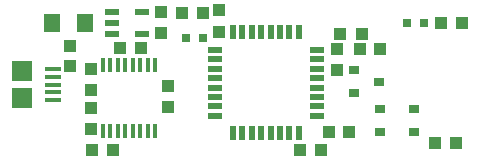
<source format=gtp>
G75*
%MOIN*%
%OFA0B0*%
%FSLAX24Y24*%
%IPPOS*%
%LPD*%
%AMOC8*
5,1,8,0,0,1.08239X$1,22.5*
%
%ADD10R,0.0126X0.0496*%
%ADD11R,0.0500X0.0220*%
%ADD12R,0.0220X0.0500*%
%ADD13R,0.0394X0.0433*%
%ADD14R,0.0433X0.0394*%
%ADD15R,0.0472X0.0217*%
%ADD16R,0.0315X0.0315*%
%ADD17R,0.0354X0.0315*%
%ADD18R,0.0551X0.0157*%
%ADD19R,0.0709X0.0709*%
%ADD20R,0.0335X0.0295*%
%ADD21R,0.0551X0.0630*%
D10*
X006135Y002636D03*
X006385Y002636D03*
X006635Y002636D03*
X006885Y002636D03*
X007135Y002636D03*
X007385Y002636D03*
X007635Y002636D03*
X007885Y002636D03*
X007885Y004824D03*
X007635Y004824D03*
X007385Y004824D03*
X007135Y004824D03*
X006885Y004824D03*
X006635Y004824D03*
X006385Y004824D03*
X006135Y004824D03*
D11*
X009882Y004715D03*
X009882Y005030D03*
X009882Y005345D03*
X009882Y004400D03*
X009882Y004085D03*
X009882Y003770D03*
X009882Y003455D03*
X009882Y003140D03*
X013262Y003140D03*
X013262Y003455D03*
X013262Y003770D03*
X013262Y004085D03*
X013262Y004400D03*
X013262Y004715D03*
X013262Y005030D03*
X013262Y005345D03*
D12*
X012674Y005933D03*
X012359Y005933D03*
X012044Y005933D03*
X011729Y005933D03*
X011415Y005933D03*
X011100Y005933D03*
X010785Y005933D03*
X010470Y005933D03*
X010470Y002553D03*
X010785Y002553D03*
X011100Y002553D03*
X011415Y002553D03*
X011729Y002553D03*
X012044Y002553D03*
X012359Y002553D03*
X012674Y002553D03*
D13*
X013960Y004676D03*
X013960Y005384D03*
X010010Y005951D03*
X010010Y006659D03*
X008072Y006597D03*
X008072Y005888D03*
X005760Y004704D03*
X005047Y004808D03*
X005047Y005477D03*
X005760Y003996D03*
X005760Y003404D03*
X005760Y002696D03*
X008310Y003426D03*
X008310Y004134D03*
D14*
X005780Y002008D03*
X006489Y002008D03*
X012718Y001993D03*
X013426Y001993D03*
X013687Y002618D03*
X014357Y002618D03*
X017205Y002230D03*
X017914Y002230D03*
X015394Y005380D03*
X014725Y005380D03*
X014764Y005880D03*
X014055Y005880D03*
X017405Y006230D03*
X018114Y006230D03*
X009489Y006555D03*
X008780Y006555D03*
X007426Y005393D03*
X006718Y005393D03*
D15*
X006433Y005868D03*
X006433Y006243D03*
X006433Y006617D03*
X007456Y006617D03*
X007456Y005868D03*
D16*
X008902Y005743D03*
X009492Y005743D03*
X016264Y006230D03*
X016855Y006230D03*
D17*
X014516Y004654D03*
X015343Y004280D03*
X014516Y003906D03*
D18*
X004490Y003924D03*
X004490Y003668D03*
X004490Y004180D03*
X004490Y004436D03*
X004490Y004692D03*
D19*
X003447Y004633D03*
X003447Y003727D03*
D20*
X015370Y003367D03*
X016499Y003367D03*
X016499Y002618D03*
X015370Y002618D03*
D21*
X005561Y006243D03*
X004458Y006243D03*
M02*

</source>
